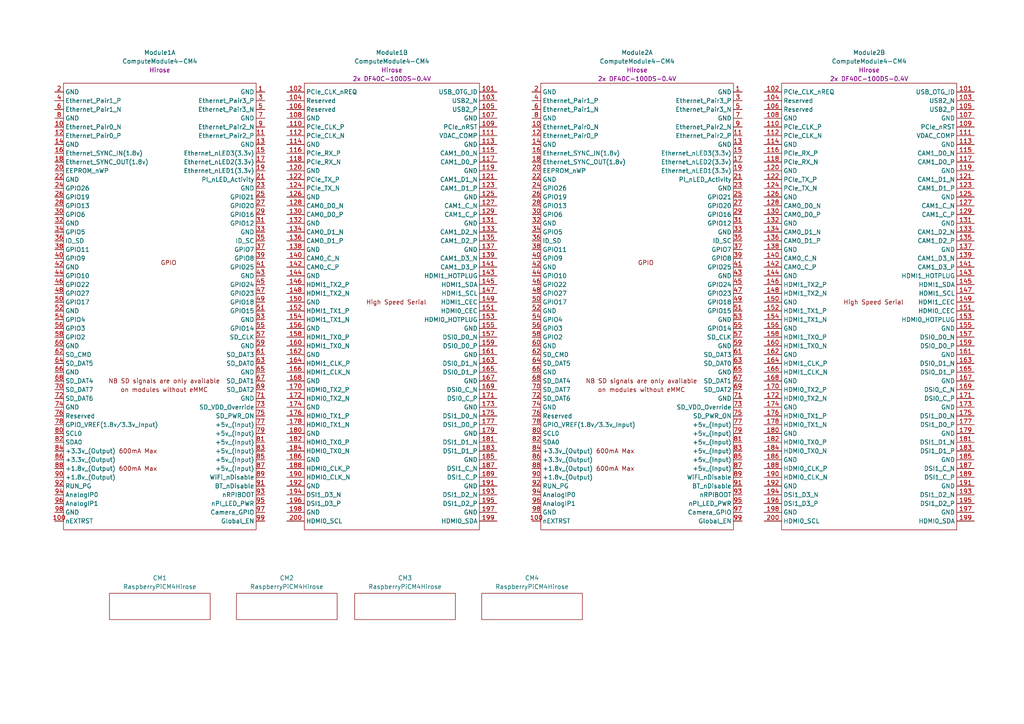
<source format=kicad_sch>
(kicad_sch (version 20210406) (generator eeschema)
  (paper "A4")
  (lib_symbols
    (symbol "AP3000:ComputeModule4-CM4"
      (property "Reference" "Module" (at 113.03 -68.58 0))
      (property "Value" "ComputeModule4-CM4" (at 140.97 2.54 0))
      (property "Field4" "Hirose" (at 0 0 0))
      (property "Field5" "2x DF40C-100DS-0.4V" (at 0 -2.54 0))
      (symbol "ComputeModule4-CM4_1_0"
        (text "GPIO" (at 0 6.35 0) (effects (font (size 1.27 1.27))))
      )
      (symbol "ComputeModule4-CM4_1_1"
        (text "600mA Max" (at -8.89 -53.34 0) (effects (font (size 1.27 1.27))))
        (text "600mA Max" (at -8.89 -48.26 0) (effects (font (size 1.27 1.27))))
        (text "NB SD signals are only available" (at -1.27 -27.94 0) (effects (font (size 1.27 1.27))))
        (text "on modules without eMMC" (at -1.27 -30.48 0) (effects (font (size 1.27 1.27))))
        (rectangle (start -30.48 -71.12) (end 25.4 58.42))
        (pin power_in line (at 27.94 55.88 180) (length 2.54) (name "GND") (number "1"))
        (pin passive line (at -33.02 45.72 0) (length 2.54) (name "Ethernet_Pair0_N") (number "10"))
        (pin output line (at -33.02 -68.58 0) (length 2.54) (name "nEXTRST") (number "100"))
        (pin passive line (at 27.94 43.18 180) (length 2.54) (name "Ethernet_Pair2_P") (number "11"))
        (pin passive line (at -33.02 43.18 0) (length 2.54) (name "Ethernet_Pair0_P") (number "12"))
        (pin power_in line (at 27.94 40.64 180) (length 2.54) (name "GND") (number "13"))
        (pin power_in line (at -33.02 40.64 0) (length 2.54) (name "GND") (number "14"))
        (pin output line (at 27.94 38.1 180) (length 2.54) (name "Ethernet_nLED3(3.3v)") (number "15"))
        (pin input line (at -33.02 38.1 0) (length 2.54) (name "Ethernet_SYNC_IN(1.8v)") (number "16"))
        (pin output line (at 27.94 35.56 180) (length 2.54) (name "Ethernet_nLED2(3.3v)") (number "17"))
        (pin input line (at -33.02 35.56 0) (length 2.54) (name "Ethernet_SYNC_OUT(1.8v)") (number "18"))
        (pin output line (at 27.94 33.02 180) (length 2.54) (name "Ethernet_nLED1(3.3v)") (number "19"))
        (pin power_in line (at -33.02 55.88 0) (length 2.54) (name "GND") (number "2"))
        (pin passive line (at -33.02 33.02 0) (length 2.54) (name "EEPROM_nWP") (number "20"))
        (pin open_collector line (at 27.94 30.48 180) (length 2.54) (name "PI_nLED_Activity") (number "21"))
        (pin power_in line (at -33.02 30.48 0) (length 2.54) (name "GND") (number "22"))
        (pin power_in line (at 27.94 27.94 180) (length 2.54) (name "GND") (number "23"))
        (pin passive line (at -33.02 27.94 0) (length 2.54) (name "GPIO26") (number "24"))
        (pin passive line (at 27.94 25.4 180) (length 2.54) (name "GPIO21") (number "25"))
        (pin passive line (at -33.02 25.4 0) (length 2.54) (name "GPIO19") (number "26"))
        (pin passive line (at 27.94 22.86 180) (length 2.54) (name "GPIO20") (number "27"))
        (pin passive line (at -33.02 22.86 0) (length 2.54) (name "GPIO13") (number "28"))
        (pin passive line (at 27.94 20.32 180) (length 2.54) (name "GPIO16") (number "29"))
        (pin passive line (at 27.94 53.34 180) (length 2.54) (name "Ethernet_Pair3_P") (number "3"))
        (pin passive line (at -33.02 20.32 0) (length 2.54) (name "GPIO6") (number "30"))
        (pin passive line (at 27.94 17.78 180) (length 2.54) (name "GPIO12") (number "31"))
        (pin power_in line (at -33.02 17.78 0) (length 2.54) (name "GND") (number "32"))
        (pin power_in line (at 27.94 15.24 180) (length 2.54) (name "GND") (number "33"))
        (pin passive line (at -33.02 15.24 0) (length 2.54) (name "GPIO5") (number "34"))
        (pin passive line (at 27.94 12.7 180) (length 2.54) (name "ID_SC") (number "35"))
        (pin passive line (at -33.02 12.7 0) (length 2.54) (name "ID_SD") (number "36"))
        (pin passive line (at 27.94 10.16 180) (length 2.54) (name "GPIO7") (number "37"))
        (pin passive line (at -33.02 10.16 0) (length 2.54) (name "GPIO11") (number "38"))
        (pin passive line (at 27.94 7.62 180) (length 2.54) (name "GPIO8") (number "39"))
        (pin passive line (at -33.02 53.34 0) (length 2.54) (name "Ethernet_Pair1_P") (number "4"))
        (pin passive line (at -33.02 7.62 0) (length 2.54) (name "GPIO9") (number "40"))
        (pin passive line (at 27.94 5.08 180) (length 2.54) (name "GPIO25") (number "41"))
        (pin power_in line (at -33.02 5.08 0) (length 2.54) (name "GND") (number "42"))
        (pin power_in line (at 27.94 2.54 180) (length 2.54) (name "GND") (number "43"))
        (pin passive line (at -33.02 2.54 0) (length 2.54) (name "GPIO10") (number "44"))
        (pin passive line (at 27.94 0 180) (length 2.54) (name "GPIO24") (number "45"))
        (pin passive line (at -33.02 0 0) (length 2.54) (name "GPIO22") (number "46"))
        (pin passive line (at 27.94 -2.54 180) (length 2.54) (name "GPIO23") (number "47"))
        (pin passive line (at -33.02 -2.54 0) (length 2.54) (name "GPIO27") (number "48"))
        (pin passive line (at 27.94 -5.08 180) (length 2.54) (name "GPIO18") (number "49"))
        (pin passive line (at 27.94 50.8 180) (length 2.54) (name "Ethernet_Pair3_N") (number "5"))
        (pin passive line (at -33.02 -5.08 0) (length 2.54) (name "GPIO17") (number "50"))
        (pin passive line (at 27.94 -7.62 180) (length 2.54) (name "GPIO15") (number "51"))
        (pin power_in line (at -33.02 -7.62 0) (length 2.54) (name "GND") (number "52"))
        (pin power_in line (at 27.94 -10.16 180) (length 2.54) (name "GND") (number "53"))
        (pin passive line (at -33.02 -10.16 0) (length 2.54) (name "GPIO4") (number "54"))
        (pin passive line (at 27.94 -12.7 180) (length 2.54) (name "GPIO14") (number "55"))
        (pin passive line (at -33.02 -12.7 0) (length 2.54) (name "GPIO3") (number "56"))
        (pin passive line (at 27.94 -15.24 180) (length 2.54) (name "SD_CLK") (number "57"))
        (pin passive line (at -33.02 -15.24 0) (length 2.54) (name "GPIO2") (number "58"))
        (pin power_in line (at 27.94 -17.78 180) (length 2.54) (name "GND") (number "59"))
        (pin passive line (at -33.02 50.8 0) (length 2.54) (name "Ethernet_Pair1_N") (number "6"))
        (pin power_in line (at -33.02 -17.78 0) (length 2.54) (name "GND") (number "60"))
        (pin passive line (at 27.94 -20.32 180) (length 2.54) (name "SD_DAT3") (number "61"))
        (pin passive line (at -33.02 -20.32 0) (length 2.54) (name "SD_CMD") (number "62"))
        (pin passive line (at 27.94 -22.86 180) (length 2.54) (name "SD_DAT0") (number "63"))
        (pin passive line (at -33.02 -22.86 0) (length 2.54) (name "SD_DAT5") (number "64"))
        (pin power_in line (at 27.94 -25.4 180) (length 2.54) (name "GND") (number "65"))
        (pin power_in line (at -33.02 -25.4 0) (length 2.54) (name "GND") (number "66"))
        (pin passive line (at 27.94 -27.94 180) (length 2.54) (name "SD_DAT1") (number "67"))
        (pin passive line (at -33.02 -27.94 0) (length 2.54) (name "SD_DAT4") (number "68"))
        (pin passive line (at 27.94 -30.48 180) (length 2.54) (name "SD_DAT2") (number "69"))
        (pin power_in line (at 27.94 48.26 180) (length 2.54) (name "GND") (number "7"))
        (pin passive line (at -33.02 -30.48 0) (length 2.54) (name "SD_DAT7") (number "70"))
        (pin power_in line (at 27.94 -33.02 180) (length 2.54) (name "GND") (number "71"))
        (pin passive line (at -33.02 -33.02 0) (length 2.54) (name "SD_DAT6") (number "72"))
        (pin input line (at 27.94 -35.56 180) (length 2.54) (name "SD_VDD_Override") (number "73"))
        (pin power_in line (at -33.02 -35.56 0) (length 2.54) (name "GND") (number "74"))
        (pin output line (at 27.94 -38.1 180) (length 2.54) (name "SD_PWR_ON") (number "75"))
        (pin passive line (at -33.02 -38.1 0) (length 2.54) (name "Reserved") (number "76"))
        (pin power_in line (at 27.94 -40.64 180) (length 2.54) (name "+5v_(Input)") (number "77"))
        (pin power_in line (at -33.02 -40.64 0) (length 2.54) (name "GPIO_VREF(1.8v/3.3v_Input)") (number "78"))
        (pin power_in line (at 27.94 -43.18 180) (length 2.54) (name "+5v_(Input)") (number "79"))
        (pin power_in line (at -33.02 48.26 0) (length 2.54) (name "GND") (number "8"))
        (pin passive line (at -33.02 -43.18 0) (length 2.54) (name "SCL0") (number "80"))
        (pin power_in line (at 27.94 -45.72 180) (length 2.54) (name "+5v_(Input)") (number "81"))
        (pin passive line (at -33.02 -45.72 0) (length 2.54) (name "SDA0") (number "82"))
        (pin power_in line (at 27.94 -48.26 180) (length 2.54) (name "+5v_(Input)") (number "83"))
        (pin power_out line (at -33.02 -48.26 0) (length 2.54) (name "+3.3v_(Output)") (number "84"))
        (pin power_in line (at 27.94 -50.8 180) (length 2.54) (name "+5v_(Input)") (number "85"))
        (pin power_out line (at -33.02 -50.8 0) (length 2.54) (name "+3.3v_(Output)") (number "86"))
        (pin power_in line (at 27.94 -53.34 180) (length 2.54) (name "+5v_(Input)") (number "87"))
        (pin power_out line (at -33.02 -53.34 0) (length 2.54) (name "+1.8v_(Output)") (number "88"))
        (pin power_in line (at 27.94 -55.88 180) (length 2.54) (name "WiFi_nDisable") (number "89"))
        (pin passive line (at 27.94 45.72 180) (length 2.54) (name "Ethernet_Pair2_N") (number "9"))
        (pin power_out line (at -33.02 -55.88 0) (length 2.54) (name "+1.8v_(Output)") (number "90"))
        (pin power_in line (at 27.94 -58.42 180) (length 2.54) (name "BT_nDisable") (number "91"))
        (pin passive line (at -33.02 -58.42 0) (length 2.54) (name "RUN_PG") (number "92"))
        (pin input line (at 27.94 -60.96 180) (length 2.54) (name "nRPIBOOT") (number "93"))
        (pin passive line (at -33.02 -60.96 0) (length 2.54) (name "AnalogIP0") (number "94"))
        (pin output line (at 27.94 -63.5 180) (length 2.54) (name "nPI_LED_PWR") (number "95"))
        (pin passive line (at -33.02 -63.5 0) (length 2.54) (name "AnalogIP1") (number "96"))
        (pin passive line (at 27.94 -66.04 180) (length 2.54) (name "Camera_GPIO") (number "97"))
        (pin power_in line (at -33.02 -66.04 0) (length 2.54) (name "GND") (number "98"))
        (pin input line (at 27.94 -68.58 180) (length 2.54) (name "Global_EN") (number "99"))
      )
      (symbol "ComputeModule4-CM4_2_1"
        (text "High Speed Serial" (at 140.97 0 0) (effects (font (size 1.27 1.27))))
        (rectangle (start 114.3 -66.04) (end 165.1 63.5))
        (pin input line (at 170.18 60.96 180) (length 5.08) (name "USB_OTG_ID") (number "101"))
        (pin input line (at 109.22 60.96 0) (length 5.08) (name "PCIe_CLK_nREQ") (number "102"))
        (pin passive line (at 170.18 58.42 180) (length 5.08) (name "USB2_N") (number "103"))
        (pin passive line (at 109.22 58.42 0) (length 5.08) (name "Reserved") (number "104"))
        (pin passive line (at 170.18 55.88 180) (length 5.08) (name "USB2_P") (number "105"))
        (pin passive line (at 109.22 55.88 0) (length 5.08) (name "Reserved") (number "106"))
        (pin power_in line (at 170.18 53.34 180) (length 5.08) (name "GND") (number "107"))
        (pin power_in line (at 109.22 53.34 0) (length 5.08) (name "GND") (number "108"))
        (pin bidirectional line (at 170.18 50.8 180) (length 5.08) (name "PCIe_nRST") (number "109"))
        (pin output line (at 109.22 50.8 0) (length 5.08) (name "PCIe_CLK_P") (number "110"))
        (pin passive line (at 170.18 48.26 180) (length 5.08) (name "VDAC_COMP") (number "111"))
        (pin output line (at 109.22 48.26 0) (length 5.08) (name "PCIe_CLK_N") (number "112"))
        (pin power_in line (at 170.18 45.72 180) (length 5.08) (name "GND") (number "113"))
        (pin power_in line (at 109.22 45.72 0) (length 5.08) (name "GND") (number "114"))
        (pin input line (at 170.18 43.18 180) (length 5.08) (name "CAM1_D0_N") (number "115"))
        (pin input line (at 109.22 43.18 0) (length 5.08) (name "PCIe_RX_P") (number "116"))
        (pin input line (at 170.18 40.64 180) (length 5.08) (name "CAM1_D0_P") (number "117"))
        (pin input line (at 109.22 40.64 0) (length 5.08) (name "PCIe_RX_N") (number "118"))
        (pin power_in line (at 170.18 38.1 180) (length 5.08) (name "GND") (number "119"))
        (pin power_in line (at 109.22 38.1 0) (length 5.08) (name "GND") (number "120"))
        (pin input line (at 170.18 35.56 180) (length 5.08) (name "CAM1_D1_N") (number "121"))
        (pin output line (at 109.22 35.56 0) (length 5.08) (name "PCIe_TX_P") (number "122"))
        (pin input line (at 170.18 33.02 180) (length 5.08) (name "CAM1_D1_P") (number "123"))
        (pin output line (at 109.22 33.02 0) (length 5.08) (name "PCIe_TX_N") (number "124"))
        (pin power_in line (at 170.18 30.48 180) (length 5.08) (name "GND") (number "125"))
        (pin power_in line (at 109.22 30.48 0) (length 5.08) (name "GND") (number "126"))
        (pin input line (at 170.18 27.94 180) (length 5.08) (name "CAM1_C_N") (number "127"))
        (pin input line (at 109.22 27.94 0) (length 5.08) (name "CAM0_D0_N") (number "128"))
        (pin input line (at 170.18 25.4 180) (length 5.08) (name "CAM1_C_P") (number "129"))
        (pin input line (at 109.22 25.4 0) (length 5.08) (name "CAM0_D0_P") (number "130"))
        (pin power_in line (at 170.18 22.86 180) (length 5.08) (name "GND") (number "131"))
        (pin power_in line (at 109.22 22.86 0) (length 5.08) (name "GND") (number "132"))
        (pin input line (at 170.18 20.32 180) (length 5.08) (name "CAM1_D2_N") (number "133"))
        (pin input line (at 109.22 20.32 0) (length 5.08) (name "CAM0_D1_N") (number "134"))
        (pin input line (at 170.18 17.78 180) (length 5.08) (name "CAM1_D2_P") (number "135"))
        (pin input line (at 109.22 17.78 0) (length 5.08) (name "CAM0_D1_P") (number "136"))
        (pin power_in line (at 170.18 15.24 180) (length 5.08) (name "GND") (number "137"))
        (pin power_in line (at 109.22 15.24 0) (length 5.08) (name "GND") (number "138"))
        (pin input line (at 170.18 12.7 180) (length 5.08) (name "CAM1_D3_N") (number "139"))
        (pin input line (at 109.22 12.7 0) (length 5.08) (name "CAM0_C_N") (number "140"))
        (pin input line (at 170.18 10.16 180) (length 5.08) (name "CAM1_D3_P") (number "141"))
        (pin input line (at 109.22 10.16 0) (length 5.08) (name "CAM0_C_P") (number "142"))
        (pin input line (at 170.18 7.62 180) (length 5.08) (name "HDMI1_HOTPLUG") (number "143"))
        (pin power_in line (at 109.22 7.62 0) (length 5.08) (name "GND") (number "144"))
        (pin bidirectional line (at 170.18 5.08 180) (length 5.08) (name "HDMI1_SDA") (number "145"))
        (pin output line (at 109.22 5.08 0) (length 5.08) (name "HDMI1_TX2_P") (number "146"))
        (pin open_collector line (at 170.18 2.54 180) (length 5.08) (name "HDMI1_SCL") (number "147"))
        (pin output line (at 109.22 2.54 0) (length 5.08) (name "HDMI1_TX2_N") (number "148"))
        (pin open_collector line (at 170.18 0 180) (length 5.08) (name "HDMI1_CEC") (number "149"))
        (pin power_in line (at 109.22 0 0) (length 5.08) (name "GND") (number "150"))
        (pin open_collector line (at 170.18 -2.54 180) (length 5.08) (name "HDMI0_CEC") (number "151"))
        (pin output line (at 109.22 -2.54 0) (length 5.08) (name "HDMI1_TX1_P") (number "152"))
        (pin input line (at 170.18 -5.08 180) (length 5.08) (name "HDMI0_HOTPLUG") (number "153"))
        (pin output line (at 109.22 -5.08 0) (length 5.08) (name "HDMI1_TX1_N") (number "154"))
        (pin power_in line (at 170.18 -7.62 180) (length 5.08) (name "GND") (number "155"))
        (pin power_in line (at 109.22 -7.62 0) (length 5.08) (name "GND") (number "156"))
        (pin output line (at 170.18 -10.16 180) (length 5.08) (name "DSI0_D0_N") (number "157"))
        (pin output line (at 109.22 -10.16 0) (length 5.08) (name "HDMI1_TX0_P") (number "158"))
        (pin output line (at 170.18 -12.7 180) (length 5.08) (name "DSI0_D0_P") (number "159"))
        (pin output line (at 109.22 -12.7 0) (length 5.08) (name "HDMI1_TX0_N") (number "160"))
        (pin power_in line (at 170.18 -15.24 180) (length 5.08) (name "GND") (number "161"))
        (pin power_in line (at 109.22 -15.24 0) (length 5.08) (name "GND") (number "162"))
        (pin output line (at 170.18 -17.78 180) (length 5.08) (name "DSI0_D1_N") (number "163"))
        (pin output line (at 109.22 -17.78 0) (length 5.08) (name "HDMI1_CLK_P") (number "164"))
        (pin output line (at 170.18 -20.32 180) (length 5.08) (name "DSI0_D1_P") (number "165"))
        (pin output line (at 109.22 -20.32 0) (length 5.08) (name "HDMI1_CLK_N") (number "166"))
        (pin power_in line (at 170.18 -22.86 180) (length 5.08) (name "GND") (number "167"))
        (pin power_in line (at 109.22 -22.86 0) (length 5.08) (name "GND") (number "168"))
        (pin output line (at 170.18 -25.4 180) (length 5.08) (name "DSI0_C_N") (number "169"))
        (pin output line (at 109.22 -25.4 0) (length 5.08) (name "HDMI0_TX2_P") (number "170"))
        (pin output line (at 170.18 -27.94 180) (length 5.08) (name "DSI0_C_P") (number "171"))
        (pin output line (at 109.22 -27.94 0) (length 5.08) (name "HDMI0_TX2_N") (number "172"))
        (pin power_in line (at 170.18 -30.48 180) (length 5.08) (name "GND") (number "173"))
        (pin power_in line (at 109.22 -30.48 0) (length 5.08) (name "GND") (number "174"))
        (pin output line (at 170.18 -33.02 180) (length 5.08) (name "DSI1_D0_N") (number "175"))
        (pin output line (at 109.22 -33.02 0) (length 5.08) (name "HDMI0_TX1_P") (number "176"))
        (pin output line (at 170.18 -35.56 180) (length 5.08) (name "DSI1_D0_P") (number "177"))
        (pin output line (at 109.22 -35.56 0) (length 5.08) (name "HDMI0_TX1_N") (number "178"))
        (pin power_in line (at 170.18 -38.1 180) (length 5.08) (name "GND") (number "179"))
        (pin power_in line (at 109.22 -38.1 0) (length 5.08) (name "GND") (number "180"))
        (pin output line (at 170.18 -40.64 180) (length 5.08) (name "DSI1_D1_N") (number "181"))
        (pin output line (at 109.22 -40.64 0) (length 5.08) (name "HDMI0_TX0_P") (number "182"))
        (pin output line (at 170.18 -43.18 180) (length 5.08) (name "DSI1_D1_P") (number "183"))
        (pin output line (at 109.22 -43.18 0) (length 5.08) (name "HDMI0_TX0_N") (number "184"))
        (pin power_in line (at 170.18 -45.72 180) (length 5.08) (name "GND") (number "185"))
        (pin power_in line (at 109.22 -45.72 0) (length 5.08) (name "GND") (number "186"))
        (pin output line (at 170.18 -48.26 180) (length 5.08) (name "DSI1_C_N") (number "187"))
        (pin output line (at 109.22 -48.26 0) (length 5.08) (name "HDMI0_CLK_P") (number "188"))
        (pin output line (at 170.18 -50.8 180) (length 5.08) (name "DSI1_C_P") (number "189"))
        (pin output line (at 109.22 -50.8 0) (length 5.08) (name "HDMI0_CLK_N") (number "190"))
        (pin power_in line (at 170.18 -53.34 180) (length 5.08) (name "GND") (number "191"))
        (pin power_in line (at 109.22 -53.34 0) (length 5.08) (name "GND") (number "192"))
        (pin output line (at 170.18 -55.88 180) (length 5.08) (name "DSI1_D2_N") (number "193"))
        (pin output line (at 109.22 -55.88 0) (length 5.08) (name "DSI1_D3_N") (number "194"))
        (pin output line (at 170.18 -58.42 180) (length 5.08) (name "DSI1_D2_P") (number "195"))
        (pin output line (at 109.22 -58.42 0) (length 5.08) (name "DSI1_D3_P") (number "196"))
        (pin power_in line (at 170.18 -60.96 180) (length 5.08) (name "GND") (number "197"))
        (pin power_in line (at 109.22 -60.96 0) (length 5.08) (name "GND") (number "198"))
        (pin bidirectional line (at 170.18 -63.5 180) (length 5.08) (name "HDMI0_SDA") (number "199"))
        (pin open_collector line (at 109.22 -63.5 0) (length 5.08) (name "HDMI0_SCL") (number "200"))
      )
    )
    (symbol "AP3000:RaspberryPiCM4Hirose"
      (property "Reference" "CM" (at 0 0 0))
      (property "Value" "RaspberryPiCM4Hirose" (at 0 0 0))
      (symbol "RaspberryPiCM4Hirose_0_1"
        (rectangle (start -11.43 3.81) (end 17.78 -3.81) (stroke (width 0.1524)))
      )
    )
  )
  (symbol (lib_id "AP3000:RaspberryPiCM4Hirose") (at 43.18 175.895 0) (unit 1)
    (property "Reference" "CM1" (at 46.355 167.64 0))
    (property "Value" "RaspberryPiCM4Hirose" (at 46.355 170.18 0))
    (property "Footprint" "AP3000:Hirose-DF40C-100DS-0.4V" (effects hide))
    (property "LCSC" "C424649" (effects hide))
  )
  (symbol (lib_id "AP3000:RaspberryPiCM4Hirose") (at 80.01 175.895 0) (unit 1)
    (property "Reference" "CM2" (at 83.185 167.64 0))
    (property "Value" "RaspberryPiCM4Hirose" (at 83.185 170.18 0))
    (property "Footprint" "AP3000:Hirose-DF40C-100DS-0.4V" (effects hide))
    (property "LCSC" "C424649" (effects hide))
  )
  (symbol (lib_id "AP3000:RaspberryPiCM4Hirose") (at 114.3 175.895 0) (unit 1)
    (property "Reference" "CM3" (at 117.475 167.64 0))
    (property "Value" "RaspberryPiCM4Hirose" (at 117.475 170.18 0))
    (property "Footprint" "AP3000:Hirose-DF40C-100DS-0.4V" (effects hide))
    (property "LCSC" "C424649" (effects hide))
  )
  (symbol (lib_id "AP3000:RaspberryPiCM4Hirose") (at 151.13 175.895 0) (unit 1)
    (property "Reference" "CM4" (at 154.305 167.64 0))
    (property "Value" "RaspberryPiCM4Hirose" (at 154.305 170.18 0))
    (property "Footprint" "AP3000:Hirose-DF40C-100DS-0.4V" (effects hide))
    (property "LCSC" "C424649" (effects hide))
  )
  (symbol (lib_id "AP3000:ComputeModule4-CM4") (at -26.035 87.63 0) (unit 2) (in_bom no)
    (property "Reference" "Module1" (at 113.665 15.24 0))
    (property "Value" "ComputeModule4-CM4" (at 113.665 17.78 0))
    (property "Footprint" "AP3000:Raspberry-Pi-4-Compute-Module" (effects hide))
    (property "Field4" "Hirose" (at 113.665 20.32 0))
    (property "Field5" "2x DF40C-100DS-0.4V" (at 113.665 22.86 0))
  )
  (symbol (lib_id "AP3000:ComputeModule4-CM4") (at 48.895 82.55 0) (unit 1) (in_bom no)
    (property "Reference" "Module1" (at 46.355 15.24 0))
    (property "Value" "ComputeModule4-CM4" (at 46.355 17.78 0))
    (property "Footprint" "AP3000:Raspberry-Pi-4-Compute-Module" (effects hide))
    (property "Field4" "Hirose" (at 46.355 20.32 0))
  )
  (symbol (lib_id "AP3000:ComputeModule4-CM4") (at 112.395 87.63 0) (unit 2) (in_bom no)
    (property "Reference" "Module2" (at 252.095 15.24 0))
    (property "Value" "ComputeModule4-CM4" (at 252.095 17.78 0))
    (property "Footprint" "CM4IO:Raspberry-Pi-4-Compute-Module" (effects hide))
    (property "Field4" "Hirose" (at 252.095 20.32 0))
    (property "Field5" "2x DF40C-100DS-0.4V" (at 252.095 22.86 0))
  )
  (symbol (lib_id "AP3000:ComputeModule4-CM4") (at 187.325 82.55 0) (unit 1) (in_bom no)
    (property "Reference" "Module2" (at 184.785 15.24 0))
    (property "Value" "ComputeModule4-CM4" (at 184.785 17.78 0))
    (property "Footprint" "CM4IO:Raspberry-Pi-4-Compute-Module" (effects hide))
    (property "Field4" "Hirose" (at 184.785 20.32 0))
    (property "Field5" "2x DF40C-100DS-0.4V" (at 184.785 22.86 0))
  )
)
</source>
